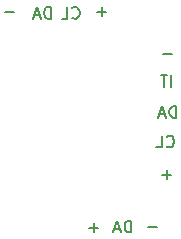
<source format=gbr>
%TF.GenerationSoftware,KiCad,Pcbnew,(6.0.5)*%
%TF.CreationDate,2022-07-28T20:15:56-06:00*%
%TF.ProjectId,sensor_board,73656e73-6f72-45f6-926f-6172642e6b69,rev?*%
%TF.SameCoordinates,Original*%
%TF.FileFunction,Legend,Bot*%
%TF.FilePolarity,Positive*%
%FSLAX46Y46*%
G04 Gerber Fmt 4.6, Leading zero omitted, Abs format (unit mm)*
G04 Created by KiCad (PCBNEW (6.0.5)) date 2022-07-28 20:15:56*
%MOMM*%
%LPD*%
G01*
G04 APERTURE LIST*
%ADD10C,0.150000*%
G04 APERTURE END LIST*
D10*
X128219047Y-116471428D02*
X128980952Y-116471428D01*
X128600000Y-116852380D02*
X128600000Y-116090476D01*
X126795238Y-98657142D02*
X126842857Y-98704761D01*
X126985714Y-98752380D01*
X127080952Y-98752380D01*
X127223809Y-98704761D01*
X127319047Y-98609523D01*
X127366666Y-98514285D01*
X127414285Y-98323809D01*
X127414285Y-98180952D01*
X127366666Y-97990476D01*
X127319047Y-97895238D01*
X127223809Y-97800000D01*
X127080952Y-97752380D01*
X126985714Y-97752380D01*
X126842857Y-97800000D01*
X126795238Y-97847619D01*
X125890476Y-98752380D02*
X126366666Y-98752380D01*
X126366666Y-97752380D01*
X131790476Y-116852380D02*
X131790476Y-115852380D01*
X131552380Y-115852380D01*
X131409523Y-115900000D01*
X131314285Y-115995238D01*
X131266666Y-116090476D01*
X131219047Y-116280952D01*
X131219047Y-116423809D01*
X131266666Y-116614285D01*
X131314285Y-116709523D01*
X131409523Y-116804761D01*
X131552380Y-116852380D01*
X131790476Y-116852380D01*
X130838095Y-116566666D02*
X130361904Y-116566666D01*
X130933333Y-116852380D02*
X130600000Y-115852380D01*
X130266666Y-116852380D01*
X134795238Y-109557142D02*
X134842857Y-109604761D01*
X134985714Y-109652380D01*
X135080952Y-109652380D01*
X135223809Y-109604761D01*
X135319047Y-109509523D01*
X135366666Y-109414285D01*
X135414285Y-109223809D01*
X135414285Y-109080952D01*
X135366666Y-108890476D01*
X135319047Y-108795238D01*
X135223809Y-108700000D01*
X135080952Y-108652380D01*
X134985714Y-108652380D01*
X134842857Y-108700000D01*
X134795238Y-108747619D01*
X133890476Y-109652380D02*
X134366666Y-109652380D01*
X134366666Y-108652380D01*
X124990476Y-98752380D02*
X124990476Y-97752380D01*
X124752380Y-97752380D01*
X124609523Y-97800000D01*
X124514285Y-97895238D01*
X124466666Y-97990476D01*
X124419047Y-98180952D01*
X124419047Y-98323809D01*
X124466666Y-98514285D01*
X124514285Y-98609523D01*
X124609523Y-98704761D01*
X124752380Y-98752380D01*
X124990476Y-98752380D01*
X124038095Y-98466666D02*
X123561904Y-98466666D01*
X124133333Y-98752380D02*
X123800000Y-97752380D01*
X123466666Y-98752380D01*
X135590476Y-107152380D02*
X135590476Y-106152380D01*
X135352380Y-106152380D01*
X135209523Y-106200000D01*
X135114285Y-106295238D01*
X135066666Y-106390476D01*
X135019047Y-106580952D01*
X135019047Y-106723809D01*
X135066666Y-106914285D01*
X135114285Y-107009523D01*
X135209523Y-107104761D01*
X135352380Y-107152380D01*
X135590476Y-107152380D01*
X134638095Y-106866666D02*
X134161904Y-106866666D01*
X134733333Y-107152380D02*
X134400000Y-106152380D01*
X134066666Y-107152380D01*
X133219047Y-116371428D02*
X133980952Y-116371428D01*
X135180952Y-104547380D02*
X135180952Y-103547380D01*
X134847619Y-103547380D02*
X134276190Y-103547380D01*
X134561904Y-104547380D02*
X134561904Y-103547380D01*
X121880952Y-98171428D02*
X121119047Y-98171428D01*
X134519047Y-101771428D02*
X135280952Y-101771428D01*
X128919047Y-98171428D02*
X129680952Y-98171428D01*
X129300000Y-98552380D02*
X129300000Y-97790476D01*
X134419047Y-111971428D02*
X135180952Y-111971428D01*
X134800000Y-112352380D02*
X134800000Y-111590476D01*
M02*

</source>
